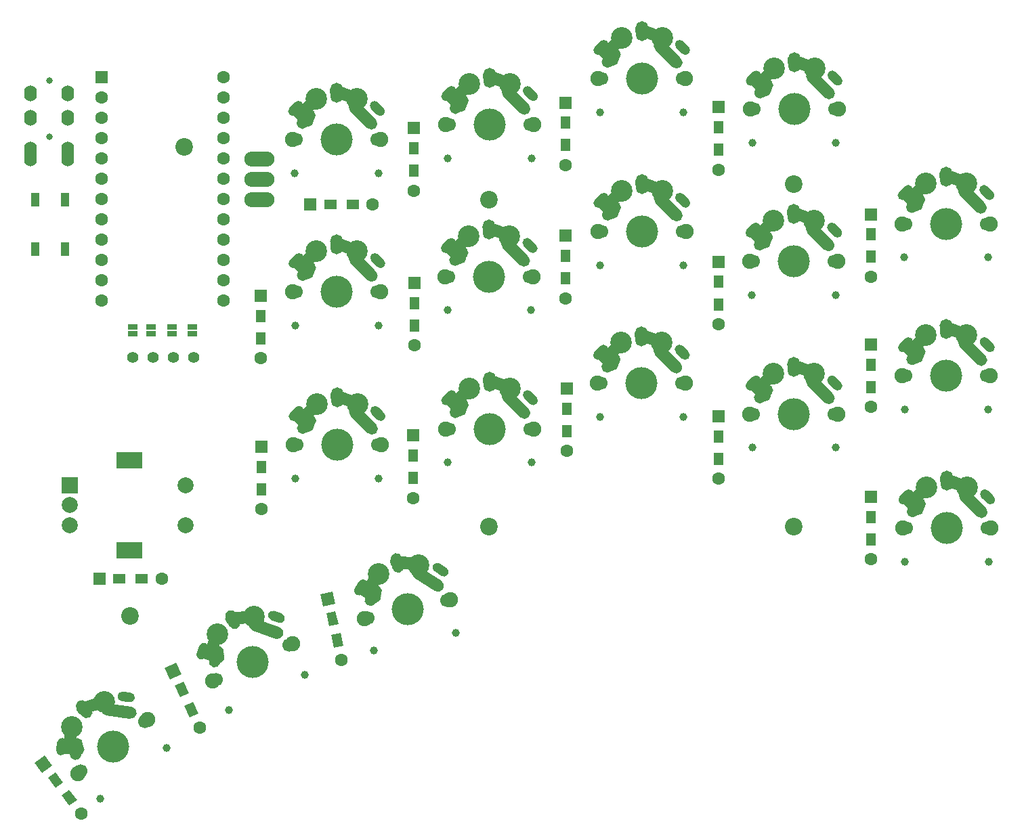
<source format=gbr>
%TF.GenerationSoftware,KiCad,Pcbnew,(5.1.7)-1*%
%TF.CreationDate,2021-07-11T12:46:22+05:30*%
%TF.ProjectId,Pankh,50616e6b-682e-46b6-9963-61645f706362,rev?*%
%TF.SameCoordinates,Original*%
%TF.FileFunction,Soldermask,Top*%
%TF.FilePolarity,Negative*%
%FSLAX46Y46*%
G04 Gerber Fmt 4.6, Leading zero omitted, Abs format (unit mm)*
G04 Created by KiCad (PCBNEW (5.1.7)-1) date 2021-07-11 12:46:22*
%MOMM*%
%LPD*%
G01*
G04 APERTURE LIST*
%ADD10C,2.200000*%
%ADD11C,1.600000*%
%ADD12R,1.600000X1.600000*%
%ADD13C,1.000000*%
%ADD14C,1.900000*%
%ADD15C,4.000000*%
%ADD16C,1.700000*%
%ADD17C,2.700000*%
%ADD18O,1.500000X2.500000*%
%ADD19O,1.500000X3.000000*%
%ADD20O,1.600000X2.000000*%
%ADD21C,0.800000*%
%ADD22R,2.000000X2.000000*%
%ADD23C,2.000000*%
%ADD24R,3.200000X2.000000*%
%ADD25R,1.600000X1.200000*%
%ADD26O,3.759200X1.879600*%
%ADD27R,1.100000X1.800000*%
%ADD28R,1.200000X1.600000*%
%ADD29C,0.100000*%
%ADD30R,1.270000X0.635000*%
%ADD31C,1.397000*%
G04 APERTURE END LIST*
D10*
%TO.C,H6*%
X104419931Y-119356724D03*
%TD*%
D11*
%TO.C,U1*%
X116087177Y-52002930D03*
X116087177Y-54542930D03*
X116087177Y-57082930D03*
X116087177Y-59622930D03*
X116087177Y-62162930D03*
X116087177Y-64702930D03*
X116087177Y-67242930D03*
X116087177Y-69782930D03*
X116087177Y-72322930D03*
X116087177Y-74862930D03*
X116087177Y-77402930D03*
X116087177Y-79942930D03*
X100847177Y-79942930D03*
X100847177Y-77402930D03*
X100847177Y-74862930D03*
X100847177Y-72322930D03*
X100847177Y-69782930D03*
X100847177Y-67242930D03*
X100847177Y-64702930D03*
X100847177Y-62162930D03*
X100847177Y-59622930D03*
X100847177Y-57082930D03*
X100847177Y-54542930D03*
D12*
X100847177Y-52002930D03*
%TD*%
D13*
%TO.C,SW10*%
X145086921Y-121487446D03*
G36*
G01*
X138075165Y-113977042D02*
X138075165Y-113977042D01*
G75*
G02*
X137180613Y-113407150I-162330J732222D01*
G01*
X136964173Y-112430854D01*
G75*
G02*
X137534065Y-111536302I732222J162330D01*
G01*
X137534065Y-111536302D01*
G75*
G02*
X138428617Y-112106194I162330J-732222D01*
G01*
X138645057Y-113082490D01*
G75*
G02*
X138075165Y-113977042I-732222J-162330D01*
G01*
G37*
G36*
G01*
X142288873Y-113014392D02*
X142288873Y-113014392D01*
G75*
G02*
X143117288Y-112830737I506035J-322380D01*
G01*
X143960680Y-113368037D01*
G75*
G02*
X144144335Y-114196452I-322380J-506035D01*
G01*
X144144335Y-114196452D01*
G75*
G02*
X143315920Y-114380107I-506035J322380D01*
G01*
X142472528Y-113842807D01*
G75*
G02*
X142288873Y-113014392I322380J506035D01*
G01*
G37*
G36*
G01*
X132667355Y-116740837D02*
X132667355Y-116740837D01*
G75*
G02*
X132483700Y-115912422I322380J506035D01*
G01*
X133021000Y-115069030D01*
G75*
G02*
X133849415Y-114885375I506035J-322380D01*
G01*
X133849415Y-114885375D01*
G75*
G02*
X134033070Y-115713790I-322380J-506035D01*
G01*
X133495770Y-116557182D01*
G75*
G02*
X132667355Y-116740837I-506035J322380D01*
G01*
G37*
D14*
X144451237Y-117326400D03*
X133711981Y-119707236D03*
G36*
G01*
X134059945Y-118042409D02*
X134059945Y-118042409D01*
G75*
G02*
X133830376Y-117006890I402975J632544D01*
G01*
X134528866Y-115910482D01*
G75*
G02*
X135564385Y-115680913I632544J-402975D01*
G01*
X135564385Y-115680913D01*
G75*
G02*
X135793954Y-116716432I-402975J-632544D01*
G01*
X135095464Y-117812840D01*
G75*
G02*
X134059945Y-118042409I-632544J402975D01*
G01*
G37*
D15*
X139081609Y-118516818D03*
D16*
X134122025Y-119616331D03*
X144041193Y-117417305D03*
G36*
G01*
X141070792Y-114460171D02*
X141070792Y-114460171D01*
G75*
G02*
X142106311Y-114230602I632544J-402975D01*
G01*
X143202719Y-114929092D01*
G75*
G02*
X143432288Y-115964611I-402975J-632544D01*
G01*
X143432288Y-115964611D01*
G75*
G02*
X142396769Y-116194180I-632544J402975D01*
G01*
X141300361Y-115495690D01*
G75*
G02*
X141070792Y-114460171I402975J632544D01*
G01*
G37*
D17*
X135502304Y-114106991D03*
X140461888Y-113007478D03*
D13*
X134894390Y-123747076D03*
G36*
G01*
X134630104Y-117649170D02*
X132963562Y-116587466D01*
G75*
G02*
X132730320Y-115535380I409422J642664D01*
G01*
X132730320Y-115535380D01*
G75*
G02*
X133782406Y-115302138I642664J-409422D01*
G01*
X135448948Y-116363842D01*
G75*
G02*
X135682190Y-117415928I-409422J-642664D01*
G01*
X135682190Y-117415928D01*
G75*
G02*
X134630104Y-117649170I-642664J409422D01*
G01*
G37*
G36*
G01*
X133481127Y-115861399D02*
X135080131Y-113351467D01*
G75*
G02*
X136132217Y-113118225I642664J-409422D01*
G01*
X136132217Y-113118225D01*
G75*
G02*
X136365459Y-114170311I-409422J-642664D01*
G01*
X134766455Y-116680243D01*
G75*
G02*
X133714369Y-116913485I-642664J409422D01*
G01*
X133714369Y-116913485D01*
G75*
G02*
X133481127Y-115861399I409422J642664D01*
G01*
G37*
G36*
G01*
X140487849Y-113736102D02*
X137537309Y-113347656D01*
G75*
G02*
X136881289Y-112492714I99461J755481D01*
G01*
X136881289Y-112492714D01*
G75*
G02*
X137736231Y-111836694I755481J-99461D01*
G01*
X140686771Y-112225140D01*
G75*
G02*
X141342791Y-113080082I-99461J-755481D01*
G01*
X141342791Y-113080082D01*
G75*
G02*
X140487849Y-113736102I-755481J99461D01*
G01*
G37*
G36*
G01*
X142491174Y-116268550D02*
X139981242Y-114669546D01*
G75*
G02*
X139748000Y-113617460I409422J642664D01*
G01*
X139748000Y-113617460D01*
G75*
G02*
X140800086Y-113384218I642664J-409422D01*
G01*
X143310018Y-114983222D01*
G75*
G02*
X143543260Y-116035308I-409422J-642664D01*
G01*
X143543260Y-116035308D01*
G75*
G02*
X142491174Y-116268550I-642664J409422D01*
G01*
G37*
G36*
G01*
X140001947Y-114397988D02*
X139677287Y-112933544D01*
G75*
G02*
X140247179Y-112038992I732222J162330D01*
G01*
X140247179Y-112038992D01*
G75*
G02*
X141141731Y-112608884I162330J-732222D01*
G01*
X141466391Y-114073328D01*
G75*
G02*
X140896499Y-114967880I-732222J-162330D01*
G01*
X140896499Y-114967880D01*
G75*
G02*
X140001947Y-114397988I-162330J732222D01*
G01*
G37*
%TD*%
D10*
%TO.C,H5*%
X149303991Y-67357228D03*
%TD*%
%TO.C,H4*%
X111134178Y-60677028D03*
%TD*%
%TO.C,H3*%
X149303992Y-108225828D03*
%TD*%
%TO.C,H2*%
X187401401Y-65376028D03*
%TD*%
%TO.C,H1*%
X187401402Y-108225827D03*
%TD*%
D13*
%TO.C,SW13*%
X192602028Y-79223131D03*
D18*
X187382028Y-69123131D03*
G36*
G01*
X191704211Y-70345314D02*
X191704211Y-70345314D01*
G75*
G02*
X192552739Y-70345314I424264J-424264D01*
G01*
X193259845Y-71052420D01*
G75*
G02*
X193259845Y-71900948I-424264J-424264D01*
G01*
X193259845Y-71900948D01*
G75*
G02*
X192411317Y-71900948I-424264J424264D01*
G01*
X191704211Y-71193842D01*
G75*
G02*
X191704211Y-70345314I424264J424264D01*
G01*
G37*
G36*
G01*
X181504211Y-71900948D02*
X181504211Y-71900948D01*
G75*
G02*
X181504211Y-71052420I424264J424264D01*
G01*
X182211317Y-70345314D01*
G75*
G02*
X183059845Y-70345314I424264J-424264D01*
G01*
X183059845Y-70345314D01*
G75*
G02*
X183059845Y-71193842I-424264J-424264D01*
G01*
X182352739Y-71900948D01*
G75*
G02*
X181504211Y-71900948I-424264J424264D01*
G01*
G37*
D14*
X192882028Y-75023131D03*
X181882028Y-75023131D03*
G36*
G01*
X182582079Y-73473080D02*
X182582079Y-73473080D01*
G75*
G02*
X182582079Y-72412420I530330J530330D01*
G01*
X183501317Y-71493182D01*
G75*
G02*
X184561977Y-71493182I530330J-530330D01*
G01*
X184561977Y-71493182D01*
G75*
G02*
X184561977Y-72553842I-530330J-530330D01*
G01*
X183642739Y-73473080D01*
G75*
G02*
X182582079Y-73473080I-530330J530330D01*
G01*
G37*
D15*
X187382028Y-75023131D03*
D16*
X182302028Y-75023131D03*
X192462028Y-75023131D03*
G36*
G01*
X190202079Y-71493182D02*
X190202079Y-71493182D01*
G75*
G02*
X191262739Y-71493182I530330J-530330D01*
G01*
X192181977Y-72412420D01*
G75*
G02*
X192181977Y-73473080I-530330J-530330D01*
G01*
X192181977Y-73473080D01*
G75*
G02*
X191121317Y-73473080I-530330J530330D01*
G01*
X190202079Y-72553842D01*
G75*
G02*
X190202079Y-71493182I530330J530330D01*
G01*
G37*
D17*
X184842028Y-69943131D03*
X189922028Y-69943131D03*
D13*
X182162028Y-79223131D03*
G36*
G01*
X183223834Y-73212567D02*
X181826592Y-71815325D01*
G75*
G02*
X181826592Y-70737695I538815J538815D01*
G01*
X181826592Y-70737695D01*
G75*
G02*
X182904222Y-70737695I538815J-538815D01*
G01*
X184301464Y-72134937D01*
G75*
G02*
X184301464Y-73212567I-538815J-538815D01*
G01*
X184301464Y-73212567D01*
G75*
G02*
X183223834Y-73212567I-538815J538815D01*
G01*
G37*
G36*
G01*
X182489038Y-71218491D02*
X184593388Y-69114141D01*
G75*
G02*
X185671018Y-69114141I538815J-538815D01*
G01*
X185671018Y-69114141D01*
G75*
G02*
X185671018Y-70191771I-538815J-538815D01*
G01*
X183566668Y-72296121D01*
G75*
G02*
X182489038Y-72296121I-538815J538815D01*
G01*
X182489038Y-72296121D01*
G75*
G02*
X182489038Y-71218491I538815J538815D01*
G01*
G37*
G36*
G01*
X189789672Y-70660103D02*
X186993146Y-69642251D01*
G75*
G02*
X186537719Y-68665586I260619J716046D01*
G01*
X186537719Y-68665586D01*
G75*
G02*
X187514384Y-68210159I716046J-260619D01*
G01*
X190310910Y-69228011D01*
G75*
G02*
X190766337Y-70204676I-260619J-716046D01*
G01*
X190766337Y-70204676D01*
G75*
G02*
X189789672Y-70660103I-716046J260619D01*
G01*
G37*
G36*
G01*
X191197388Y-73566121D02*
X189093038Y-71461771D01*
G75*
G02*
X189093038Y-70384141I538815J538815D01*
G01*
X189093038Y-70384141D01*
G75*
G02*
X190170668Y-70384141I538815J-538815D01*
G01*
X192275018Y-72488491D01*
G75*
G02*
X192275018Y-73566121I-538815J-538815D01*
G01*
X192275018Y-73566121D01*
G75*
G02*
X191197388Y-73566121I-538815J538815D01*
G01*
G37*
D19*
X189922028Y-70451131D03*
%TD*%
D13*
%TO.C,SW8*%
X211679757Y-93562119D03*
D18*
X206459757Y-83462119D03*
G36*
G01*
X210781940Y-84684302D02*
X210781940Y-84684302D01*
G75*
G02*
X211630468Y-84684302I424264J-424264D01*
G01*
X212337574Y-85391408D01*
G75*
G02*
X212337574Y-86239936I-424264J-424264D01*
G01*
X212337574Y-86239936D01*
G75*
G02*
X211489046Y-86239936I-424264J424264D01*
G01*
X210781940Y-85532830D01*
G75*
G02*
X210781940Y-84684302I424264J424264D01*
G01*
G37*
G36*
G01*
X200581940Y-86239936D02*
X200581940Y-86239936D01*
G75*
G02*
X200581940Y-85391408I424264J424264D01*
G01*
X201289046Y-84684302D01*
G75*
G02*
X202137574Y-84684302I424264J-424264D01*
G01*
X202137574Y-84684302D01*
G75*
G02*
X202137574Y-85532830I-424264J-424264D01*
G01*
X201430468Y-86239936D01*
G75*
G02*
X200581940Y-86239936I-424264J424264D01*
G01*
G37*
D14*
X211959757Y-89362119D03*
X200959757Y-89362119D03*
G36*
G01*
X201659808Y-87812068D02*
X201659808Y-87812068D01*
G75*
G02*
X201659808Y-86751408I530330J530330D01*
G01*
X202579046Y-85832170D01*
G75*
G02*
X203639706Y-85832170I530330J-530330D01*
G01*
X203639706Y-85832170D01*
G75*
G02*
X203639706Y-86892830I-530330J-530330D01*
G01*
X202720468Y-87812068D01*
G75*
G02*
X201659808Y-87812068I-530330J530330D01*
G01*
G37*
D15*
X206459757Y-89362119D03*
D16*
X201379757Y-89362119D03*
X211539757Y-89362119D03*
G36*
G01*
X209279808Y-85832170D02*
X209279808Y-85832170D01*
G75*
G02*
X210340468Y-85832170I530330J-530330D01*
G01*
X211259706Y-86751408D01*
G75*
G02*
X211259706Y-87812068I-530330J-530330D01*
G01*
X211259706Y-87812068D01*
G75*
G02*
X210199046Y-87812068I-530330J530330D01*
G01*
X209279808Y-86892830D01*
G75*
G02*
X209279808Y-85832170I530330J530330D01*
G01*
G37*
D17*
X203919757Y-84282119D03*
X208999757Y-84282119D03*
D13*
X201239757Y-93562119D03*
G36*
G01*
X202301563Y-87551555D02*
X200904321Y-86154313D01*
G75*
G02*
X200904321Y-85076683I538815J538815D01*
G01*
X200904321Y-85076683D01*
G75*
G02*
X201981951Y-85076683I538815J-538815D01*
G01*
X203379193Y-86473925D01*
G75*
G02*
X203379193Y-87551555I-538815J-538815D01*
G01*
X203379193Y-87551555D01*
G75*
G02*
X202301563Y-87551555I-538815J538815D01*
G01*
G37*
G36*
G01*
X201566767Y-85557479D02*
X203671117Y-83453129D01*
G75*
G02*
X204748747Y-83453129I538815J-538815D01*
G01*
X204748747Y-83453129D01*
G75*
G02*
X204748747Y-84530759I-538815J-538815D01*
G01*
X202644397Y-86635109D01*
G75*
G02*
X201566767Y-86635109I-538815J538815D01*
G01*
X201566767Y-86635109D01*
G75*
G02*
X201566767Y-85557479I538815J538815D01*
G01*
G37*
G36*
G01*
X208867401Y-84999091D02*
X206070875Y-83981239D01*
G75*
G02*
X205615448Y-83004574I260619J716046D01*
G01*
X205615448Y-83004574D01*
G75*
G02*
X206592113Y-82549147I716046J-260619D01*
G01*
X209388639Y-83566999D01*
G75*
G02*
X209844066Y-84543664I-260619J-716046D01*
G01*
X209844066Y-84543664D01*
G75*
G02*
X208867401Y-84999091I-716046J260619D01*
G01*
G37*
G36*
G01*
X210275117Y-87905109D02*
X208170767Y-85800759D01*
G75*
G02*
X208170767Y-84723129I538815J538815D01*
G01*
X208170767Y-84723129D01*
G75*
G02*
X209248397Y-84723129I538815J-538815D01*
G01*
X211352747Y-86827479D01*
G75*
G02*
X211352747Y-87905109I-538815J-538815D01*
G01*
X211352747Y-87905109D01*
G75*
G02*
X210275117Y-87905109I-538815J538815D01*
G01*
G37*
D19*
X208999757Y-84790119D03*
%TD*%
D13*
%TO.C,SW7*%
X211636110Y-74527218D03*
D18*
X206416110Y-64427218D03*
G36*
G01*
X210738293Y-65649401D02*
X210738293Y-65649401D01*
G75*
G02*
X211586821Y-65649401I424264J-424264D01*
G01*
X212293927Y-66356507D01*
G75*
G02*
X212293927Y-67205035I-424264J-424264D01*
G01*
X212293927Y-67205035D01*
G75*
G02*
X211445399Y-67205035I-424264J424264D01*
G01*
X210738293Y-66497929D01*
G75*
G02*
X210738293Y-65649401I424264J424264D01*
G01*
G37*
G36*
G01*
X200538293Y-67205035D02*
X200538293Y-67205035D01*
G75*
G02*
X200538293Y-66356507I424264J424264D01*
G01*
X201245399Y-65649401D01*
G75*
G02*
X202093927Y-65649401I424264J-424264D01*
G01*
X202093927Y-65649401D01*
G75*
G02*
X202093927Y-66497929I-424264J-424264D01*
G01*
X201386821Y-67205035D01*
G75*
G02*
X200538293Y-67205035I-424264J424264D01*
G01*
G37*
D14*
X211916110Y-70327218D03*
X200916110Y-70327218D03*
G36*
G01*
X201616161Y-68777167D02*
X201616161Y-68777167D01*
G75*
G02*
X201616161Y-67716507I530330J530330D01*
G01*
X202535399Y-66797269D01*
G75*
G02*
X203596059Y-66797269I530330J-530330D01*
G01*
X203596059Y-66797269D01*
G75*
G02*
X203596059Y-67857929I-530330J-530330D01*
G01*
X202676821Y-68777167D01*
G75*
G02*
X201616161Y-68777167I-530330J530330D01*
G01*
G37*
D15*
X206416110Y-70327218D03*
D16*
X201336110Y-70327218D03*
X211496110Y-70327218D03*
G36*
G01*
X209236161Y-66797269D02*
X209236161Y-66797269D01*
G75*
G02*
X210296821Y-66797269I530330J-530330D01*
G01*
X211216059Y-67716507D01*
G75*
G02*
X211216059Y-68777167I-530330J-530330D01*
G01*
X211216059Y-68777167D01*
G75*
G02*
X210155399Y-68777167I-530330J530330D01*
G01*
X209236161Y-67857929D01*
G75*
G02*
X209236161Y-66797269I530330J530330D01*
G01*
G37*
D17*
X203876110Y-65247218D03*
X208956110Y-65247218D03*
D13*
X201196110Y-74527218D03*
G36*
G01*
X202257916Y-68516654D02*
X200860674Y-67119412D01*
G75*
G02*
X200860674Y-66041782I538815J538815D01*
G01*
X200860674Y-66041782D01*
G75*
G02*
X201938304Y-66041782I538815J-538815D01*
G01*
X203335546Y-67439024D01*
G75*
G02*
X203335546Y-68516654I-538815J-538815D01*
G01*
X203335546Y-68516654D01*
G75*
G02*
X202257916Y-68516654I-538815J538815D01*
G01*
G37*
G36*
G01*
X201523120Y-66522578D02*
X203627470Y-64418228D01*
G75*
G02*
X204705100Y-64418228I538815J-538815D01*
G01*
X204705100Y-64418228D01*
G75*
G02*
X204705100Y-65495858I-538815J-538815D01*
G01*
X202600750Y-67600208D01*
G75*
G02*
X201523120Y-67600208I-538815J538815D01*
G01*
X201523120Y-67600208D01*
G75*
G02*
X201523120Y-66522578I538815J538815D01*
G01*
G37*
G36*
G01*
X208823754Y-65964190D02*
X206027228Y-64946338D01*
G75*
G02*
X205571801Y-63969673I260619J716046D01*
G01*
X205571801Y-63969673D01*
G75*
G02*
X206548466Y-63514246I716046J-260619D01*
G01*
X209344992Y-64532098D01*
G75*
G02*
X209800419Y-65508763I-260619J-716046D01*
G01*
X209800419Y-65508763D01*
G75*
G02*
X208823754Y-65964190I-716046J260619D01*
G01*
G37*
G36*
G01*
X210231470Y-68870208D02*
X208127120Y-66765858D01*
G75*
G02*
X208127120Y-65688228I538815J538815D01*
G01*
X208127120Y-65688228D01*
G75*
G02*
X209204750Y-65688228I538815J-538815D01*
G01*
X211309100Y-67792578D01*
G75*
G02*
X211309100Y-68870208I-538815J-538815D01*
G01*
X211309100Y-68870208D01*
G75*
G02*
X210231470Y-68870208I-538815J538815D01*
G01*
G37*
D19*
X208956110Y-65755218D03*
%TD*%
D13*
%TO.C,SW12*%
X192648938Y-60212502D03*
D18*
X187428938Y-50112502D03*
G36*
G01*
X191751121Y-51334685D02*
X191751121Y-51334685D01*
G75*
G02*
X192599649Y-51334685I424264J-424264D01*
G01*
X193306755Y-52041791D01*
G75*
G02*
X193306755Y-52890319I-424264J-424264D01*
G01*
X193306755Y-52890319D01*
G75*
G02*
X192458227Y-52890319I-424264J424264D01*
G01*
X191751121Y-52183213D01*
G75*
G02*
X191751121Y-51334685I424264J424264D01*
G01*
G37*
G36*
G01*
X181551121Y-52890319D02*
X181551121Y-52890319D01*
G75*
G02*
X181551121Y-52041791I424264J424264D01*
G01*
X182258227Y-51334685D01*
G75*
G02*
X183106755Y-51334685I424264J-424264D01*
G01*
X183106755Y-51334685D01*
G75*
G02*
X183106755Y-52183213I-424264J-424264D01*
G01*
X182399649Y-52890319D01*
G75*
G02*
X181551121Y-52890319I-424264J424264D01*
G01*
G37*
D14*
X192928938Y-56012502D03*
X181928938Y-56012502D03*
G36*
G01*
X182628989Y-54462451D02*
X182628989Y-54462451D01*
G75*
G02*
X182628989Y-53401791I530330J530330D01*
G01*
X183548227Y-52482553D01*
G75*
G02*
X184608887Y-52482553I530330J-530330D01*
G01*
X184608887Y-52482553D01*
G75*
G02*
X184608887Y-53543213I-530330J-530330D01*
G01*
X183689649Y-54462451D01*
G75*
G02*
X182628989Y-54462451I-530330J530330D01*
G01*
G37*
D15*
X187428938Y-56012502D03*
D16*
X182348938Y-56012502D03*
X192508938Y-56012502D03*
G36*
G01*
X190248989Y-52482553D02*
X190248989Y-52482553D01*
G75*
G02*
X191309649Y-52482553I530330J-530330D01*
G01*
X192228887Y-53401791D01*
G75*
G02*
X192228887Y-54462451I-530330J-530330D01*
G01*
X192228887Y-54462451D01*
G75*
G02*
X191168227Y-54462451I-530330J530330D01*
G01*
X190248989Y-53543213D01*
G75*
G02*
X190248989Y-52482553I530330J530330D01*
G01*
G37*
D17*
X184888938Y-50932502D03*
X189968938Y-50932502D03*
D13*
X182208938Y-60212502D03*
G36*
G01*
X183270744Y-54201938D02*
X181873502Y-52804696D01*
G75*
G02*
X181873502Y-51727066I538815J538815D01*
G01*
X181873502Y-51727066D01*
G75*
G02*
X182951132Y-51727066I538815J-538815D01*
G01*
X184348374Y-53124308D01*
G75*
G02*
X184348374Y-54201938I-538815J-538815D01*
G01*
X184348374Y-54201938D01*
G75*
G02*
X183270744Y-54201938I-538815J538815D01*
G01*
G37*
G36*
G01*
X182535948Y-52207862D02*
X184640298Y-50103512D01*
G75*
G02*
X185717928Y-50103512I538815J-538815D01*
G01*
X185717928Y-50103512D01*
G75*
G02*
X185717928Y-51181142I-538815J-538815D01*
G01*
X183613578Y-53285492D01*
G75*
G02*
X182535948Y-53285492I-538815J538815D01*
G01*
X182535948Y-53285492D01*
G75*
G02*
X182535948Y-52207862I538815J538815D01*
G01*
G37*
G36*
G01*
X189836582Y-51649474D02*
X187040056Y-50631622D01*
G75*
G02*
X186584629Y-49654957I260619J716046D01*
G01*
X186584629Y-49654957D01*
G75*
G02*
X187561294Y-49199530I716046J-260619D01*
G01*
X190357820Y-50217382D01*
G75*
G02*
X190813247Y-51194047I-260619J-716046D01*
G01*
X190813247Y-51194047D01*
G75*
G02*
X189836582Y-51649474I-716046J260619D01*
G01*
G37*
G36*
G01*
X191244298Y-54555492D02*
X189139948Y-52451142D01*
G75*
G02*
X189139948Y-51373512I538815J538815D01*
G01*
X189139948Y-51373512D01*
G75*
G02*
X190217578Y-51373512I538815J-538815D01*
G01*
X192321928Y-53477862D01*
G75*
G02*
X192321928Y-54555492I-538815J-538815D01*
G01*
X192321928Y-54555492D01*
G75*
G02*
X191244298Y-54555492I-538815J538815D01*
G01*
G37*
D19*
X189968938Y-51440502D03*
%TD*%
D13*
%TO.C,SW22*%
X154570904Y-62141666D03*
D18*
X149350904Y-52041666D03*
G36*
G01*
X153673087Y-53263849D02*
X153673087Y-53263849D01*
G75*
G02*
X154521615Y-53263849I424264J-424264D01*
G01*
X155228721Y-53970955D01*
G75*
G02*
X155228721Y-54819483I-424264J-424264D01*
G01*
X155228721Y-54819483D01*
G75*
G02*
X154380193Y-54819483I-424264J424264D01*
G01*
X153673087Y-54112377D01*
G75*
G02*
X153673087Y-53263849I424264J424264D01*
G01*
G37*
G36*
G01*
X143473087Y-54819483D02*
X143473087Y-54819483D01*
G75*
G02*
X143473087Y-53970955I424264J424264D01*
G01*
X144180193Y-53263849D01*
G75*
G02*
X145028721Y-53263849I424264J-424264D01*
G01*
X145028721Y-53263849D01*
G75*
G02*
X145028721Y-54112377I-424264J-424264D01*
G01*
X144321615Y-54819483D01*
G75*
G02*
X143473087Y-54819483I-424264J424264D01*
G01*
G37*
D14*
X154850904Y-57941666D03*
X143850904Y-57941666D03*
G36*
G01*
X144550955Y-56391615D02*
X144550955Y-56391615D01*
G75*
G02*
X144550955Y-55330955I530330J530330D01*
G01*
X145470193Y-54411717D01*
G75*
G02*
X146530853Y-54411717I530330J-530330D01*
G01*
X146530853Y-54411717D01*
G75*
G02*
X146530853Y-55472377I-530330J-530330D01*
G01*
X145611615Y-56391615D01*
G75*
G02*
X144550955Y-56391615I-530330J530330D01*
G01*
G37*
D15*
X149350904Y-57941666D03*
D16*
X144270904Y-57941666D03*
X154430904Y-57941666D03*
G36*
G01*
X152170955Y-54411717D02*
X152170955Y-54411717D01*
G75*
G02*
X153231615Y-54411717I530330J-530330D01*
G01*
X154150853Y-55330955D01*
G75*
G02*
X154150853Y-56391615I-530330J-530330D01*
G01*
X154150853Y-56391615D01*
G75*
G02*
X153090193Y-56391615I-530330J530330D01*
G01*
X152170955Y-55472377D01*
G75*
G02*
X152170955Y-54411717I530330J530330D01*
G01*
G37*
D17*
X146810904Y-52861666D03*
X151890904Y-52861666D03*
D13*
X144130904Y-62141666D03*
G36*
G01*
X145192710Y-56131102D02*
X143795468Y-54733860D01*
G75*
G02*
X143795468Y-53656230I538815J538815D01*
G01*
X143795468Y-53656230D01*
G75*
G02*
X144873098Y-53656230I538815J-538815D01*
G01*
X146270340Y-55053472D01*
G75*
G02*
X146270340Y-56131102I-538815J-538815D01*
G01*
X146270340Y-56131102D01*
G75*
G02*
X145192710Y-56131102I-538815J538815D01*
G01*
G37*
G36*
G01*
X144457914Y-54137026D02*
X146562264Y-52032676D01*
G75*
G02*
X147639894Y-52032676I538815J-538815D01*
G01*
X147639894Y-52032676D01*
G75*
G02*
X147639894Y-53110306I-538815J-538815D01*
G01*
X145535544Y-55214656D01*
G75*
G02*
X144457914Y-55214656I-538815J538815D01*
G01*
X144457914Y-55214656D01*
G75*
G02*
X144457914Y-54137026I538815J538815D01*
G01*
G37*
G36*
G01*
X151758548Y-53578638D02*
X148962022Y-52560786D01*
G75*
G02*
X148506595Y-51584121I260619J716046D01*
G01*
X148506595Y-51584121D01*
G75*
G02*
X149483260Y-51128694I716046J-260619D01*
G01*
X152279786Y-52146546D01*
G75*
G02*
X152735213Y-53123211I-260619J-716046D01*
G01*
X152735213Y-53123211D01*
G75*
G02*
X151758548Y-53578638I-716046J260619D01*
G01*
G37*
G36*
G01*
X153166264Y-56484656D02*
X151061914Y-54380306D01*
G75*
G02*
X151061914Y-53302676I538815J538815D01*
G01*
X151061914Y-53302676D01*
G75*
G02*
X152139544Y-53302676I538815J-538815D01*
G01*
X154243894Y-55407026D01*
G75*
G02*
X154243894Y-56484656I-538815J-538815D01*
G01*
X154243894Y-56484656D01*
G75*
G02*
X153166264Y-56484656I-538815J538815D01*
G01*
G37*
D19*
X151890904Y-53369666D03*
%TD*%
D13*
%TO.C,SW26*%
X135437209Y-64002919D03*
D18*
X130217209Y-53902919D03*
G36*
G01*
X134539392Y-55125102D02*
X134539392Y-55125102D01*
G75*
G02*
X135387920Y-55125102I424264J-424264D01*
G01*
X136095026Y-55832208D01*
G75*
G02*
X136095026Y-56680736I-424264J-424264D01*
G01*
X136095026Y-56680736D01*
G75*
G02*
X135246498Y-56680736I-424264J424264D01*
G01*
X134539392Y-55973630D01*
G75*
G02*
X134539392Y-55125102I424264J424264D01*
G01*
G37*
G36*
G01*
X124339392Y-56680736D02*
X124339392Y-56680736D01*
G75*
G02*
X124339392Y-55832208I424264J424264D01*
G01*
X125046498Y-55125102D01*
G75*
G02*
X125895026Y-55125102I424264J-424264D01*
G01*
X125895026Y-55125102D01*
G75*
G02*
X125895026Y-55973630I-424264J-424264D01*
G01*
X125187920Y-56680736D01*
G75*
G02*
X124339392Y-56680736I-424264J424264D01*
G01*
G37*
D14*
X135717209Y-59802919D03*
X124717209Y-59802919D03*
G36*
G01*
X125417260Y-58252868D02*
X125417260Y-58252868D01*
G75*
G02*
X125417260Y-57192208I530330J530330D01*
G01*
X126336498Y-56272970D01*
G75*
G02*
X127397158Y-56272970I530330J-530330D01*
G01*
X127397158Y-56272970D01*
G75*
G02*
X127397158Y-57333630I-530330J-530330D01*
G01*
X126477920Y-58252868D01*
G75*
G02*
X125417260Y-58252868I-530330J530330D01*
G01*
G37*
D15*
X130217209Y-59802919D03*
D16*
X125137209Y-59802919D03*
X135297209Y-59802919D03*
G36*
G01*
X133037260Y-56272970D02*
X133037260Y-56272970D01*
G75*
G02*
X134097920Y-56272970I530330J-530330D01*
G01*
X135017158Y-57192208D01*
G75*
G02*
X135017158Y-58252868I-530330J-530330D01*
G01*
X135017158Y-58252868D01*
G75*
G02*
X133956498Y-58252868I-530330J530330D01*
G01*
X133037260Y-57333630D01*
G75*
G02*
X133037260Y-56272970I530330J530330D01*
G01*
G37*
D17*
X127677209Y-54722919D03*
X132757209Y-54722919D03*
D13*
X124997209Y-64002919D03*
G36*
G01*
X126059015Y-57992355D02*
X124661773Y-56595113D01*
G75*
G02*
X124661773Y-55517483I538815J538815D01*
G01*
X124661773Y-55517483D01*
G75*
G02*
X125739403Y-55517483I538815J-538815D01*
G01*
X127136645Y-56914725D01*
G75*
G02*
X127136645Y-57992355I-538815J-538815D01*
G01*
X127136645Y-57992355D01*
G75*
G02*
X126059015Y-57992355I-538815J538815D01*
G01*
G37*
G36*
G01*
X125324219Y-55998279D02*
X127428569Y-53893929D01*
G75*
G02*
X128506199Y-53893929I538815J-538815D01*
G01*
X128506199Y-53893929D01*
G75*
G02*
X128506199Y-54971559I-538815J-538815D01*
G01*
X126401849Y-57075909D01*
G75*
G02*
X125324219Y-57075909I-538815J538815D01*
G01*
X125324219Y-57075909D01*
G75*
G02*
X125324219Y-55998279I538815J538815D01*
G01*
G37*
G36*
G01*
X132624853Y-55439891D02*
X129828327Y-54422039D01*
G75*
G02*
X129372900Y-53445374I260619J716046D01*
G01*
X129372900Y-53445374D01*
G75*
G02*
X130349565Y-52989947I716046J-260619D01*
G01*
X133146091Y-54007799D01*
G75*
G02*
X133601518Y-54984464I-260619J-716046D01*
G01*
X133601518Y-54984464D01*
G75*
G02*
X132624853Y-55439891I-716046J260619D01*
G01*
G37*
G36*
G01*
X134032569Y-58345909D02*
X131928219Y-56241559D01*
G75*
G02*
X131928219Y-55163929I538815J538815D01*
G01*
X131928219Y-55163929D01*
G75*
G02*
X133005849Y-55163929I538815J-538815D01*
G01*
X135110199Y-57268279D01*
G75*
G02*
X135110199Y-58345909I-538815J-538815D01*
G01*
X135110199Y-58345909D01*
G75*
G02*
X134032569Y-58345909I-538815J538815D01*
G01*
G37*
D19*
X132757209Y-55230919D03*
%TD*%
D13*
%TO.C,SW28*%
X135500231Y-102163263D03*
D18*
X130280231Y-92063263D03*
G36*
G01*
X134602414Y-93285446D02*
X134602414Y-93285446D01*
G75*
G02*
X135450942Y-93285446I424264J-424264D01*
G01*
X136158048Y-93992552D01*
G75*
G02*
X136158048Y-94841080I-424264J-424264D01*
G01*
X136158048Y-94841080D01*
G75*
G02*
X135309520Y-94841080I-424264J424264D01*
G01*
X134602414Y-94133974D01*
G75*
G02*
X134602414Y-93285446I424264J424264D01*
G01*
G37*
G36*
G01*
X124402414Y-94841080D02*
X124402414Y-94841080D01*
G75*
G02*
X124402414Y-93992552I424264J424264D01*
G01*
X125109520Y-93285446D01*
G75*
G02*
X125958048Y-93285446I424264J-424264D01*
G01*
X125958048Y-93285446D01*
G75*
G02*
X125958048Y-94133974I-424264J-424264D01*
G01*
X125250942Y-94841080D01*
G75*
G02*
X124402414Y-94841080I-424264J424264D01*
G01*
G37*
D14*
X135780231Y-97963263D03*
X124780231Y-97963263D03*
G36*
G01*
X125480282Y-96413212D02*
X125480282Y-96413212D01*
G75*
G02*
X125480282Y-95352552I530330J530330D01*
G01*
X126399520Y-94433314D01*
G75*
G02*
X127460180Y-94433314I530330J-530330D01*
G01*
X127460180Y-94433314D01*
G75*
G02*
X127460180Y-95493974I-530330J-530330D01*
G01*
X126540942Y-96413212D01*
G75*
G02*
X125480282Y-96413212I-530330J530330D01*
G01*
G37*
D15*
X130280231Y-97963263D03*
D16*
X125200231Y-97963263D03*
X135360231Y-97963263D03*
G36*
G01*
X133100282Y-94433314D02*
X133100282Y-94433314D01*
G75*
G02*
X134160942Y-94433314I530330J-530330D01*
G01*
X135080180Y-95352552D01*
G75*
G02*
X135080180Y-96413212I-530330J-530330D01*
G01*
X135080180Y-96413212D01*
G75*
G02*
X134019520Y-96413212I-530330J530330D01*
G01*
X133100282Y-95493974D01*
G75*
G02*
X133100282Y-94433314I530330J530330D01*
G01*
G37*
D17*
X127740231Y-92883263D03*
X132820231Y-92883263D03*
D13*
X125060231Y-102163263D03*
G36*
G01*
X126122037Y-96152699D02*
X124724795Y-94755457D01*
G75*
G02*
X124724795Y-93677827I538815J538815D01*
G01*
X124724795Y-93677827D01*
G75*
G02*
X125802425Y-93677827I538815J-538815D01*
G01*
X127199667Y-95075069D01*
G75*
G02*
X127199667Y-96152699I-538815J-538815D01*
G01*
X127199667Y-96152699D01*
G75*
G02*
X126122037Y-96152699I-538815J538815D01*
G01*
G37*
G36*
G01*
X125387241Y-94158623D02*
X127491591Y-92054273D01*
G75*
G02*
X128569221Y-92054273I538815J-538815D01*
G01*
X128569221Y-92054273D01*
G75*
G02*
X128569221Y-93131903I-538815J-538815D01*
G01*
X126464871Y-95236253D01*
G75*
G02*
X125387241Y-95236253I-538815J538815D01*
G01*
X125387241Y-95236253D01*
G75*
G02*
X125387241Y-94158623I538815J538815D01*
G01*
G37*
G36*
G01*
X132687875Y-93600235D02*
X129891349Y-92582383D01*
G75*
G02*
X129435922Y-91605718I260619J716046D01*
G01*
X129435922Y-91605718D01*
G75*
G02*
X130412587Y-91150291I716046J-260619D01*
G01*
X133209113Y-92168143D01*
G75*
G02*
X133664540Y-93144808I-260619J-716046D01*
G01*
X133664540Y-93144808D01*
G75*
G02*
X132687875Y-93600235I-716046J260619D01*
G01*
G37*
G36*
G01*
X134095591Y-96506253D02*
X131991241Y-94401903D01*
G75*
G02*
X131991241Y-93324273I538815J538815D01*
G01*
X131991241Y-93324273D01*
G75*
G02*
X133068871Y-93324273I538815J-538815D01*
G01*
X135173221Y-95428623D01*
G75*
G02*
X135173221Y-96506253I-538815J-538815D01*
G01*
X135173221Y-96506253D01*
G75*
G02*
X134095591Y-96506253I-538815J538815D01*
G01*
G37*
D19*
X132820231Y-93391263D03*
%TD*%
D13*
%TO.C,SW27*%
X135480853Y-83037813D03*
D18*
X130260853Y-72937813D03*
G36*
G01*
X134583036Y-74159996D02*
X134583036Y-74159996D01*
G75*
G02*
X135431564Y-74159996I424264J-424264D01*
G01*
X136138670Y-74867102D01*
G75*
G02*
X136138670Y-75715630I-424264J-424264D01*
G01*
X136138670Y-75715630D01*
G75*
G02*
X135290142Y-75715630I-424264J424264D01*
G01*
X134583036Y-75008524D01*
G75*
G02*
X134583036Y-74159996I424264J424264D01*
G01*
G37*
G36*
G01*
X124383036Y-75715630D02*
X124383036Y-75715630D01*
G75*
G02*
X124383036Y-74867102I424264J424264D01*
G01*
X125090142Y-74159996D01*
G75*
G02*
X125938670Y-74159996I424264J-424264D01*
G01*
X125938670Y-74159996D01*
G75*
G02*
X125938670Y-75008524I-424264J-424264D01*
G01*
X125231564Y-75715630D01*
G75*
G02*
X124383036Y-75715630I-424264J424264D01*
G01*
G37*
D14*
X135760853Y-78837813D03*
X124760853Y-78837813D03*
G36*
G01*
X125460904Y-77287762D02*
X125460904Y-77287762D01*
G75*
G02*
X125460904Y-76227102I530330J530330D01*
G01*
X126380142Y-75307864D01*
G75*
G02*
X127440802Y-75307864I530330J-530330D01*
G01*
X127440802Y-75307864D01*
G75*
G02*
X127440802Y-76368524I-530330J-530330D01*
G01*
X126521564Y-77287762D01*
G75*
G02*
X125460904Y-77287762I-530330J530330D01*
G01*
G37*
D15*
X130260853Y-78837813D03*
D16*
X125180853Y-78837813D03*
X135340853Y-78837813D03*
G36*
G01*
X133080904Y-75307864D02*
X133080904Y-75307864D01*
G75*
G02*
X134141564Y-75307864I530330J-530330D01*
G01*
X135060802Y-76227102D01*
G75*
G02*
X135060802Y-77287762I-530330J-530330D01*
G01*
X135060802Y-77287762D01*
G75*
G02*
X134000142Y-77287762I-530330J530330D01*
G01*
X133080904Y-76368524D01*
G75*
G02*
X133080904Y-75307864I530330J530330D01*
G01*
G37*
D17*
X127720853Y-73757813D03*
X132800853Y-73757813D03*
D13*
X125040853Y-83037813D03*
G36*
G01*
X126102659Y-77027249D02*
X124705417Y-75630007D01*
G75*
G02*
X124705417Y-74552377I538815J538815D01*
G01*
X124705417Y-74552377D01*
G75*
G02*
X125783047Y-74552377I538815J-538815D01*
G01*
X127180289Y-75949619D01*
G75*
G02*
X127180289Y-77027249I-538815J-538815D01*
G01*
X127180289Y-77027249D01*
G75*
G02*
X126102659Y-77027249I-538815J538815D01*
G01*
G37*
G36*
G01*
X125367863Y-75033173D02*
X127472213Y-72928823D01*
G75*
G02*
X128549843Y-72928823I538815J-538815D01*
G01*
X128549843Y-72928823D01*
G75*
G02*
X128549843Y-74006453I-538815J-538815D01*
G01*
X126445493Y-76110803D01*
G75*
G02*
X125367863Y-76110803I-538815J538815D01*
G01*
X125367863Y-76110803D01*
G75*
G02*
X125367863Y-75033173I538815J538815D01*
G01*
G37*
G36*
G01*
X132668497Y-74474785D02*
X129871971Y-73456933D01*
G75*
G02*
X129416544Y-72480268I260619J716046D01*
G01*
X129416544Y-72480268D01*
G75*
G02*
X130393209Y-72024841I716046J-260619D01*
G01*
X133189735Y-73042693D01*
G75*
G02*
X133645162Y-74019358I-260619J-716046D01*
G01*
X133645162Y-74019358D01*
G75*
G02*
X132668497Y-74474785I-716046J260619D01*
G01*
G37*
G36*
G01*
X134076213Y-77380803D02*
X131971863Y-75276453D01*
G75*
G02*
X131971863Y-74198823I538815J538815D01*
G01*
X131971863Y-74198823D01*
G75*
G02*
X133049493Y-74198823I538815J-538815D01*
G01*
X135153843Y-76303173D01*
G75*
G02*
X135153843Y-77380803I-538815J-538815D01*
G01*
X135153843Y-77380803D01*
G75*
G02*
X134076213Y-77380803I-538815J538815D01*
G01*
G37*
D19*
X132800853Y-74265813D03*
%TD*%
D13*
%TO.C,SW24*%
X154567636Y-100187188D03*
D18*
X149347636Y-90087188D03*
G36*
G01*
X153669819Y-91309371D02*
X153669819Y-91309371D01*
G75*
G02*
X154518347Y-91309371I424264J-424264D01*
G01*
X155225453Y-92016477D01*
G75*
G02*
X155225453Y-92865005I-424264J-424264D01*
G01*
X155225453Y-92865005D01*
G75*
G02*
X154376925Y-92865005I-424264J424264D01*
G01*
X153669819Y-92157899D01*
G75*
G02*
X153669819Y-91309371I424264J424264D01*
G01*
G37*
G36*
G01*
X143469819Y-92865005D02*
X143469819Y-92865005D01*
G75*
G02*
X143469819Y-92016477I424264J424264D01*
G01*
X144176925Y-91309371D01*
G75*
G02*
X145025453Y-91309371I424264J-424264D01*
G01*
X145025453Y-91309371D01*
G75*
G02*
X145025453Y-92157899I-424264J-424264D01*
G01*
X144318347Y-92865005D01*
G75*
G02*
X143469819Y-92865005I-424264J424264D01*
G01*
G37*
D14*
X154847636Y-95987188D03*
X143847636Y-95987188D03*
G36*
G01*
X144547687Y-94437137D02*
X144547687Y-94437137D01*
G75*
G02*
X144547687Y-93376477I530330J530330D01*
G01*
X145466925Y-92457239D01*
G75*
G02*
X146527585Y-92457239I530330J-530330D01*
G01*
X146527585Y-92457239D01*
G75*
G02*
X146527585Y-93517899I-530330J-530330D01*
G01*
X145608347Y-94437137D01*
G75*
G02*
X144547687Y-94437137I-530330J530330D01*
G01*
G37*
D15*
X149347636Y-95987188D03*
D16*
X144267636Y-95987188D03*
X154427636Y-95987188D03*
G36*
G01*
X152167687Y-92457239D02*
X152167687Y-92457239D01*
G75*
G02*
X153228347Y-92457239I530330J-530330D01*
G01*
X154147585Y-93376477D01*
G75*
G02*
X154147585Y-94437137I-530330J-530330D01*
G01*
X154147585Y-94437137D01*
G75*
G02*
X153086925Y-94437137I-530330J530330D01*
G01*
X152167687Y-93517899D01*
G75*
G02*
X152167687Y-92457239I530330J530330D01*
G01*
G37*
D17*
X146807636Y-90907188D03*
X151887636Y-90907188D03*
D13*
X144127636Y-100187188D03*
G36*
G01*
X145189442Y-94176624D02*
X143792200Y-92779382D01*
G75*
G02*
X143792200Y-91701752I538815J538815D01*
G01*
X143792200Y-91701752D01*
G75*
G02*
X144869830Y-91701752I538815J-538815D01*
G01*
X146267072Y-93098994D01*
G75*
G02*
X146267072Y-94176624I-538815J-538815D01*
G01*
X146267072Y-94176624D01*
G75*
G02*
X145189442Y-94176624I-538815J538815D01*
G01*
G37*
G36*
G01*
X144454646Y-92182548D02*
X146558996Y-90078198D01*
G75*
G02*
X147636626Y-90078198I538815J-538815D01*
G01*
X147636626Y-90078198D01*
G75*
G02*
X147636626Y-91155828I-538815J-538815D01*
G01*
X145532276Y-93260178D01*
G75*
G02*
X144454646Y-93260178I-538815J538815D01*
G01*
X144454646Y-93260178D01*
G75*
G02*
X144454646Y-92182548I538815J538815D01*
G01*
G37*
G36*
G01*
X151755280Y-91624160D02*
X148958754Y-90606308D01*
G75*
G02*
X148503327Y-89629643I260619J716046D01*
G01*
X148503327Y-89629643D01*
G75*
G02*
X149479992Y-89174216I716046J-260619D01*
G01*
X152276518Y-90192068D01*
G75*
G02*
X152731945Y-91168733I-260619J-716046D01*
G01*
X152731945Y-91168733D01*
G75*
G02*
X151755280Y-91624160I-716046J260619D01*
G01*
G37*
G36*
G01*
X153162996Y-94530178D02*
X151058646Y-92425828D01*
G75*
G02*
X151058646Y-91348198I538815J538815D01*
G01*
X151058646Y-91348198D01*
G75*
G02*
X152136276Y-91348198I538815J-538815D01*
G01*
X154240626Y-93452548D01*
G75*
G02*
X154240626Y-94530178I-538815J-538815D01*
G01*
X154240626Y-94530178D01*
G75*
G02*
X153162996Y-94530178I-538815J538815D01*
G01*
G37*
D19*
X151887636Y-91415188D03*
%TD*%
D13*
%TO.C,SW23*%
X154523992Y-81152291D03*
D18*
X149303992Y-71052291D03*
G36*
G01*
X153626175Y-72274474D02*
X153626175Y-72274474D01*
G75*
G02*
X154474703Y-72274474I424264J-424264D01*
G01*
X155181809Y-72981580D01*
G75*
G02*
X155181809Y-73830108I-424264J-424264D01*
G01*
X155181809Y-73830108D01*
G75*
G02*
X154333281Y-73830108I-424264J424264D01*
G01*
X153626175Y-73123002D01*
G75*
G02*
X153626175Y-72274474I424264J424264D01*
G01*
G37*
G36*
G01*
X143426175Y-73830108D02*
X143426175Y-73830108D01*
G75*
G02*
X143426175Y-72981580I424264J424264D01*
G01*
X144133281Y-72274474D01*
G75*
G02*
X144981809Y-72274474I424264J-424264D01*
G01*
X144981809Y-72274474D01*
G75*
G02*
X144981809Y-73123002I-424264J-424264D01*
G01*
X144274703Y-73830108D01*
G75*
G02*
X143426175Y-73830108I-424264J424264D01*
G01*
G37*
D14*
X154803992Y-76952291D03*
X143803992Y-76952291D03*
G36*
G01*
X144504043Y-75402240D02*
X144504043Y-75402240D01*
G75*
G02*
X144504043Y-74341580I530330J530330D01*
G01*
X145423281Y-73422342D01*
G75*
G02*
X146483941Y-73422342I530330J-530330D01*
G01*
X146483941Y-73422342D01*
G75*
G02*
X146483941Y-74483002I-530330J-530330D01*
G01*
X145564703Y-75402240D01*
G75*
G02*
X144504043Y-75402240I-530330J530330D01*
G01*
G37*
D15*
X149303992Y-76952291D03*
D16*
X144223992Y-76952291D03*
X154383992Y-76952291D03*
G36*
G01*
X152124043Y-73422342D02*
X152124043Y-73422342D01*
G75*
G02*
X153184703Y-73422342I530330J-530330D01*
G01*
X154103941Y-74341580D01*
G75*
G02*
X154103941Y-75402240I-530330J-530330D01*
G01*
X154103941Y-75402240D01*
G75*
G02*
X153043281Y-75402240I-530330J530330D01*
G01*
X152124043Y-74483002D01*
G75*
G02*
X152124043Y-73422342I530330J530330D01*
G01*
G37*
D17*
X146763992Y-71872291D03*
X151843992Y-71872291D03*
D13*
X144083992Y-81152291D03*
G36*
G01*
X145145798Y-75141727D02*
X143748556Y-73744485D01*
G75*
G02*
X143748556Y-72666855I538815J538815D01*
G01*
X143748556Y-72666855D01*
G75*
G02*
X144826186Y-72666855I538815J-538815D01*
G01*
X146223428Y-74064097D01*
G75*
G02*
X146223428Y-75141727I-538815J-538815D01*
G01*
X146223428Y-75141727D01*
G75*
G02*
X145145798Y-75141727I-538815J538815D01*
G01*
G37*
G36*
G01*
X144411002Y-73147651D02*
X146515352Y-71043301D01*
G75*
G02*
X147592982Y-71043301I538815J-538815D01*
G01*
X147592982Y-71043301D01*
G75*
G02*
X147592982Y-72120931I-538815J-538815D01*
G01*
X145488632Y-74225281D01*
G75*
G02*
X144411002Y-74225281I-538815J538815D01*
G01*
X144411002Y-74225281D01*
G75*
G02*
X144411002Y-73147651I538815J538815D01*
G01*
G37*
G36*
G01*
X151711636Y-72589263D02*
X148915110Y-71571411D01*
G75*
G02*
X148459683Y-70594746I260619J716046D01*
G01*
X148459683Y-70594746D01*
G75*
G02*
X149436348Y-70139319I716046J-260619D01*
G01*
X152232874Y-71157171D01*
G75*
G02*
X152688301Y-72133836I-260619J-716046D01*
G01*
X152688301Y-72133836D01*
G75*
G02*
X151711636Y-72589263I-716046J260619D01*
G01*
G37*
G36*
G01*
X153119352Y-75495281D02*
X151015002Y-73390931D01*
G75*
G02*
X151015002Y-72313301I538815J538815D01*
G01*
X151015002Y-72313301D01*
G75*
G02*
X152092632Y-72313301I538815J-538815D01*
G01*
X154196982Y-74417651D01*
G75*
G02*
X154196982Y-75495281I-538815J-538815D01*
G01*
X154196982Y-75495281D01*
G75*
G02*
X153119352Y-75495281I-538815J538815D01*
G01*
G37*
D19*
X151843992Y-72380291D03*
%TD*%
D13*
%TO.C,SW20*%
X108945534Y-135880426D03*
G36*
G01*
X99416692Y-132036984D02*
X99416692Y-132036984D01*
G75*
G02*
X98365106Y-131898540I-456571J595015D01*
G01*
X97756344Y-131105186D01*
G75*
G02*
X97894788Y-130053600I595015J456571D01*
G01*
X97894788Y-130053600D01*
G75*
G02*
X98946374Y-130192044I456571J-595015D01*
G01*
X99555136Y-130985398D01*
G75*
G02*
X99416692Y-132036984I-595015J-456571D01*
G01*
G37*
G36*
G01*
X102828775Y-129383737D02*
X102828775Y-129383737D01*
G75*
G02*
X103501958Y-128867186I594867J-78316D01*
G01*
X104493402Y-128997712D01*
G75*
G02*
X105009953Y-129670895I-78316J-594867D01*
G01*
X105009953Y-129670895D01*
G75*
G02*
X104336770Y-130187446I-594867J78316D01*
G01*
X103345326Y-130056920D01*
G75*
G02*
X102828775Y-129383737I78316J594867D01*
G01*
G37*
G36*
G01*
X95683581Y-136827271D02*
X95683581Y-136827271D01*
G75*
G02*
X95167030Y-136154088I78316J594867D01*
G01*
X95297556Y-135162644D01*
G75*
G02*
X95970739Y-134646093I594867J-78316D01*
G01*
X95970739Y-134646093D01*
G75*
G02*
X96487290Y-135319276I-78316J-594867D01*
G01*
X96356764Y-136310720D01*
G75*
G02*
X95683581Y-136827271I-594867J78316D01*
G01*
G37*
D14*
X106610875Y-132377889D03*
X97883989Y-139074265D03*
G36*
G01*
X97495765Y-137418364D02*
X97495765Y-137418364D01*
G75*
G02*
X96850076Y-136576885I97895J743584D01*
G01*
X97019760Y-135288007D01*
G75*
G02*
X97861239Y-134642318I743584J-97895D01*
G01*
X97861239Y-134642318D01*
G75*
G02*
X98506928Y-135483797I-97895J-743584D01*
G01*
X98337244Y-136772675D01*
G75*
G02*
X97495765Y-137418364I-743584J97895D01*
G01*
G37*
D15*
X102247432Y-135726077D03*
D16*
X98217197Y-138818585D03*
X106277667Y-132633569D03*
G36*
G01*
X102335831Y-131208841D02*
X102335831Y-131208841D01*
G75*
G02*
X103177310Y-130563152I743584J-97895D01*
G01*
X104466188Y-130732836D01*
G75*
G02*
X105111877Y-131574315I-97895J-743584D01*
G01*
X105111877Y-131574315D01*
G75*
G02*
X104270398Y-132220004I-743584J97895D01*
G01*
X102981520Y-132050320D01*
G75*
G02*
X102335831Y-131208841I97895J743584D01*
G01*
G37*
D17*
X97139806Y-133242096D03*
X101170041Y-130149588D03*
D13*
X100662926Y-142235896D03*
G36*
G01*
X97846314Y-136821009D02*
X95887218Y-136563089D01*
G75*
G02*
X95231198Y-135708147I99461J755481D01*
G01*
X95231198Y-135708147D01*
G75*
G02*
X96086140Y-135052127I755481J-99461D01*
G01*
X98045236Y-135310047D01*
G75*
G02*
X98701256Y-136164989I-99461J-755481D01*
G01*
X98701256Y-136164989D01*
G75*
G02*
X97846314Y-136821009I-755481J99461D01*
G01*
G37*
G36*
G01*
X96049443Y-135686317D02*
X96437889Y-132735777D01*
G75*
G02*
X97292831Y-132079757I755481J-99461D01*
G01*
X97292831Y-132079757D01*
G75*
G02*
X97948851Y-132934699I-99461J-755481D01*
G01*
X97560405Y-135885239D01*
G75*
G02*
X96705463Y-136541259I-755481J99461D01*
G01*
X96705463Y-136541259D01*
G75*
G02*
X96049443Y-135686317I99461J755481D01*
G01*
G37*
G36*
G01*
X101501501Y-130798974D02*
X98663239Y-131693874D01*
G75*
G02*
X97707369Y-131196280I-229138J726732D01*
G01*
X97707369Y-131196280D01*
G75*
G02*
X98204963Y-130240410I726732J229138D01*
G01*
X101043225Y-129345510D01*
G75*
G02*
X101999095Y-129843104I229138J-726732D01*
G01*
X101999095Y-129843104D01*
G75*
G02*
X101501501Y-130798974I-726732J-229138D01*
G01*
G37*
G36*
G01*
X104387389Y-132247510D02*
X101436849Y-131859064D01*
G75*
G02*
X100780829Y-131004122I99461J755481D01*
G01*
X100780829Y-131004122D01*
G75*
G02*
X101635771Y-130348102I755481J-99461D01*
G01*
X104586311Y-130736548D01*
G75*
G02*
X105242331Y-131591490I-99461J-755481D01*
G01*
X105242331Y-131591490D01*
G75*
G02*
X104387389Y-132247510I-755481J99461D01*
G01*
G37*
G36*
G01*
X101340848Y-131604197D02*
X100427706Y-130414167D01*
G75*
G02*
X100566150Y-129362581I595015J456571D01*
G01*
X100566150Y-129362581D01*
G75*
G02*
X101617736Y-129501025I456571J-595015D01*
G01*
X102530878Y-130691055D01*
G75*
G02*
X102392434Y-131742641I-595015J-456571D01*
G01*
X102392434Y-131742641D01*
G75*
G02*
X101340848Y-131604197I-456571J595015D01*
G01*
G37*
%TD*%
%TO.C,SW19*%
X173560969Y-94503093D03*
D18*
X168340969Y-84403093D03*
G36*
G01*
X172663152Y-85625276D02*
X172663152Y-85625276D01*
G75*
G02*
X173511680Y-85625276I424264J-424264D01*
G01*
X174218786Y-86332382D01*
G75*
G02*
X174218786Y-87180910I-424264J-424264D01*
G01*
X174218786Y-87180910D01*
G75*
G02*
X173370258Y-87180910I-424264J424264D01*
G01*
X172663152Y-86473804D01*
G75*
G02*
X172663152Y-85625276I424264J424264D01*
G01*
G37*
G36*
G01*
X162463152Y-87180910D02*
X162463152Y-87180910D01*
G75*
G02*
X162463152Y-86332382I424264J424264D01*
G01*
X163170258Y-85625276D01*
G75*
G02*
X164018786Y-85625276I424264J-424264D01*
G01*
X164018786Y-85625276D01*
G75*
G02*
X164018786Y-86473804I-424264J-424264D01*
G01*
X163311680Y-87180910D01*
G75*
G02*
X162463152Y-87180910I-424264J424264D01*
G01*
G37*
D14*
X173840969Y-90303093D03*
X162840969Y-90303093D03*
G36*
G01*
X163541020Y-88753042D02*
X163541020Y-88753042D01*
G75*
G02*
X163541020Y-87692382I530330J530330D01*
G01*
X164460258Y-86773144D01*
G75*
G02*
X165520918Y-86773144I530330J-530330D01*
G01*
X165520918Y-86773144D01*
G75*
G02*
X165520918Y-87833804I-530330J-530330D01*
G01*
X164601680Y-88753042D01*
G75*
G02*
X163541020Y-88753042I-530330J530330D01*
G01*
G37*
D15*
X168340969Y-90303093D03*
D16*
X163260969Y-90303093D03*
X173420969Y-90303093D03*
G36*
G01*
X171161020Y-86773144D02*
X171161020Y-86773144D01*
G75*
G02*
X172221680Y-86773144I530330J-530330D01*
G01*
X173140918Y-87692382D01*
G75*
G02*
X173140918Y-88753042I-530330J-530330D01*
G01*
X173140918Y-88753042D01*
G75*
G02*
X172080258Y-88753042I-530330J530330D01*
G01*
X171161020Y-87833804D01*
G75*
G02*
X171161020Y-86773144I530330J530330D01*
G01*
G37*
D17*
X165800969Y-85223093D03*
X170880969Y-85223093D03*
D13*
X163120969Y-94503093D03*
G36*
G01*
X164182775Y-88492529D02*
X162785533Y-87095287D01*
G75*
G02*
X162785533Y-86017657I538815J538815D01*
G01*
X162785533Y-86017657D01*
G75*
G02*
X163863163Y-86017657I538815J-538815D01*
G01*
X165260405Y-87414899D01*
G75*
G02*
X165260405Y-88492529I-538815J-538815D01*
G01*
X165260405Y-88492529D01*
G75*
G02*
X164182775Y-88492529I-538815J538815D01*
G01*
G37*
G36*
G01*
X163447979Y-86498453D02*
X165552329Y-84394103D01*
G75*
G02*
X166629959Y-84394103I538815J-538815D01*
G01*
X166629959Y-84394103D01*
G75*
G02*
X166629959Y-85471733I-538815J-538815D01*
G01*
X164525609Y-87576083D01*
G75*
G02*
X163447979Y-87576083I-538815J538815D01*
G01*
X163447979Y-87576083D01*
G75*
G02*
X163447979Y-86498453I538815J538815D01*
G01*
G37*
G36*
G01*
X170748613Y-85940065D02*
X167952087Y-84922213D01*
G75*
G02*
X167496660Y-83945548I260619J716046D01*
G01*
X167496660Y-83945548D01*
G75*
G02*
X168473325Y-83490121I716046J-260619D01*
G01*
X171269851Y-84507973D01*
G75*
G02*
X171725278Y-85484638I-260619J-716046D01*
G01*
X171725278Y-85484638D01*
G75*
G02*
X170748613Y-85940065I-716046J260619D01*
G01*
G37*
G36*
G01*
X172156329Y-88846083D02*
X170051979Y-86741733D01*
G75*
G02*
X170051979Y-85664103I538815J538815D01*
G01*
X170051979Y-85664103D01*
G75*
G02*
X171129609Y-85664103I538815J-538815D01*
G01*
X173233959Y-87768453D01*
G75*
G02*
X173233959Y-88846083I-538815J-538815D01*
G01*
X173233959Y-88846083D01*
G75*
G02*
X172156329Y-88846083I-538815J538815D01*
G01*
G37*
D19*
X170880969Y-85731093D03*
%TD*%
D13*
%TO.C,SW18*%
X173607883Y-75492465D03*
D18*
X168387883Y-65392465D03*
G36*
G01*
X172710066Y-66614648D02*
X172710066Y-66614648D01*
G75*
G02*
X173558594Y-66614648I424264J-424264D01*
G01*
X174265700Y-67321754D01*
G75*
G02*
X174265700Y-68170282I-424264J-424264D01*
G01*
X174265700Y-68170282D01*
G75*
G02*
X173417172Y-68170282I-424264J424264D01*
G01*
X172710066Y-67463176D01*
G75*
G02*
X172710066Y-66614648I424264J424264D01*
G01*
G37*
G36*
G01*
X162510066Y-68170282D02*
X162510066Y-68170282D01*
G75*
G02*
X162510066Y-67321754I424264J424264D01*
G01*
X163217172Y-66614648D01*
G75*
G02*
X164065700Y-66614648I424264J-424264D01*
G01*
X164065700Y-66614648D01*
G75*
G02*
X164065700Y-67463176I-424264J-424264D01*
G01*
X163358594Y-68170282D01*
G75*
G02*
X162510066Y-68170282I-424264J424264D01*
G01*
G37*
D14*
X173887883Y-71292465D03*
X162887883Y-71292465D03*
G36*
G01*
X163587934Y-69742414D02*
X163587934Y-69742414D01*
G75*
G02*
X163587934Y-68681754I530330J530330D01*
G01*
X164507172Y-67762516D01*
G75*
G02*
X165567832Y-67762516I530330J-530330D01*
G01*
X165567832Y-67762516D01*
G75*
G02*
X165567832Y-68823176I-530330J-530330D01*
G01*
X164648594Y-69742414D01*
G75*
G02*
X163587934Y-69742414I-530330J530330D01*
G01*
G37*
D15*
X168387883Y-71292465D03*
D16*
X163307883Y-71292465D03*
X173467883Y-71292465D03*
G36*
G01*
X171207934Y-67762516D02*
X171207934Y-67762516D01*
G75*
G02*
X172268594Y-67762516I530330J-530330D01*
G01*
X173187832Y-68681754D01*
G75*
G02*
X173187832Y-69742414I-530330J-530330D01*
G01*
X173187832Y-69742414D01*
G75*
G02*
X172127172Y-69742414I-530330J530330D01*
G01*
X171207934Y-68823176D01*
G75*
G02*
X171207934Y-67762516I530330J530330D01*
G01*
G37*
D17*
X165847883Y-66212465D03*
X170927883Y-66212465D03*
D13*
X163167883Y-75492465D03*
G36*
G01*
X164229689Y-69481901D02*
X162832447Y-68084659D01*
G75*
G02*
X162832447Y-67007029I538815J538815D01*
G01*
X162832447Y-67007029D01*
G75*
G02*
X163910077Y-67007029I538815J-538815D01*
G01*
X165307319Y-68404271D01*
G75*
G02*
X165307319Y-69481901I-538815J-538815D01*
G01*
X165307319Y-69481901D01*
G75*
G02*
X164229689Y-69481901I-538815J538815D01*
G01*
G37*
G36*
G01*
X163494893Y-67487825D02*
X165599243Y-65383475D01*
G75*
G02*
X166676873Y-65383475I538815J-538815D01*
G01*
X166676873Y-65383475D01*
G75*
G02*
X166676873Y-66461105I-538815J-538815D01*
G01*
X164572523Y-68565455D01*
G75*
G02*
X163494893Y-68565455I-538815J538815D01*
G01*
X163494893Y-68565455D01*
G75*
G02*
X163494893Y-67487825I538815J538815D01*
G01*
G37*
G36*
G01*
X170795527Y-66929437D02*
X167999001Y-65911585D01*
G75*
G02*
X167543574Y-64934920I260619J716046D01*
G01*
X167543574Y-64934920D01*
G75*
G02*
X168520239Y-64479493I716046J-260619D01*
G01*
X171316765Y-65497345D01*
G75*
G02*
X171772192Y-66474010I-260619J-716046D01*
G01*
X171772192Y-66474010D01*
G75*
G02*
X170795527Y-66929437I-716046J260619D01*
G01*
G37*
G36*
G01*
X172203243Y-69835455D02*
X170098893Y-67731105D01*
G75*
G02*
X170098893Y-66653475I538815J538815D01*
G01*
X170098893Y-66653475D01*
G75*
G02*
X171176523Y-66653475I538815J-538815D01*
G01*
X173280873Y-68757825D01*
G75*
G02*
X173280873Y-69835455I-538815J-538815D01*
G01*
X173280873Y-69835455D01*
G75*
G02*
X172203243Y-69835455I-538815J538815D01*
G01*
G37*
D19*
X170927883Y-66720465D03*
%TD*%
D13*
%TO.C,SW17*%
X173588502Y-56367014D03*
D18*
X168368502Y-46267014D03*
G36*
G01*
X172690685Y-47489197D02*
X172690685Y-47489197D01*
G75*
G02*
X173539213Y-47489197I424264J-424264D01*
G01*
X174246319Y-48196303D01*
G75*
G02*
X174246319Y-49044831I-424264J-424264D01*
G01*
X174246319Y-49044831D01*
G75*
G02*
X173397791Y-49044831I-424264J424264D01*
G01*
X172690685Y-48337725D01*
G75*
G02*
X172690685Y-47489197I424264J424264D01*
G01*
G37*
G36*
G01*
X162490685Y-49044831D02*
X162490685Y-49044831D01*
G75*
G02*
X162490685Y-48196303I424264J424264D01*
G01*
X163197791Y-47489197D01*
G75*
G02*
X164046319Y-47489197I424264J-424264D01*
G01*
X164046319Y-47489197D01*
G75*
G02*
X164046319Y-48337725I-424264J-424264D01*
G01*
X163339213Y-49044831D01*
G75*
G02*
X162490685Y-49044831I-424264J424264D01*
G01*
G37*
D14*
X173868502Y-52167014D03*
X162868502Y-52167014D03*
G36*
G01*
X163568553Y-50616963D02*
X163568553Y-50616963D01*
G75*
G02*
X163568553Y-49556303I530330J530330D01*
G01*
X164487791Y-48637065D01*
G75*
G02*
X165548451Y-48637065I530330J-530330D01*
G01*
X165548451Y-48637065D01*
G75*
G02*
X165548451Y-49697725I-530330J-530330D01*
G01*
X164629213Y-50616963D01*
G75*
G02*
X163568553Y-50616963I-530330J530330D01*
G01*
G37*
D15*
X168368502Y-52167014D03*
D16*
X163288502Y-52167014D03*
X173448502Y-52167014D03*
G36*
G01*
X171188553Y-48637065D02*
X171188553Y-48637065D01*
G75*
G02*
X172249213Y-48637065I530330J-530330D01*
G01*
X173168451Y-49556303D01*
G75*
G02*
X173168451Y-50616963I-530330J-530330D01*
G01*
X173168451Y-50616963D01*
G75*
G02*
X172107791Y-50616963I-530330J530330D01*
G01*
X171188553Y-49697725D01*
G75*
G02*
X171188553Y-48637065I530330J530330D01*
G01*
G37*
D17*
X165828502Y-47087014D03*
X170908502Y-47087014D03*
D13*
X163148502Y-56367014D03*
G36*
G01*
X164210308Y-50356450D02*
X162813066Y-48959208D01*
G75*
G02*
X162813066Y-47881578I538815J538815D01*
G01*
X162813066Y-47881578D01*
G75*
G02*
X163890696Y-47881578I538815J-538815D01*
G01*
X165287938Y-49278820D01*
G75*
G02*
X165287938Y-50356450I-538815J-538815D01*
G01*
X165287938Y-50356450D01*
G75*
G02*
X164210308Y-50356450I-538815J538815D01*
G01*
G37*
G36*
G01*
X163475512Y-48362374D02*
X165579862Y-46258024D01*
G75*
G02*
X166657492Y-46258024I538815J-538815D01*
G01*
X166657492Y-46258024D01*
G75*
G02*
X166657492Y-47335654I-538815J-538815D01*
G01*
X164553142Y-49440004D01*
G75*
G02*
X163475512Y-49440004I-538815J538815D01*
G01*
X163475512Y-49440004D01*
G75*
G02*
X163475512Y-48362374I538815J538815D01*
G01*
G37*
G36*
G01*
X170776146Y-47803986D02*
X167979620Y-46786134D01*
G75*
G02*
X167524193Y-45809469I260619J716046D01*
G01*
X167524193Y-45809469D01*
G75*
G02*
X168500858Y-45354042I716046J-260619D01*
G01*
X171297384Y-46371894D01*
G75*
G02*
X171752811Y-47348559I-260619J-716046D01*
G01*
X171752811Y-47348559D01*
G75*
G02*
X170776146Y-47803986I-716046J260619D01*
G01*
G37*
G36*
G01*
X172183862Y-50710004D02*
X170079512Y-48605654D01*
G75*
G02*
X170079512Y-47528024I538815J538815D01*
G01*
X170079512Y-47528024D01*
G75*
G02*
X171157142Y-47528024I538815J-538815D01*
G01*
X173261492Y-49632374D01*
G75*
G02*
X173261492Y-50710004I-538815J-538815D01*
G01*
X173261492Y-50710004D01*
G75*
G02*
X172183862Y-50710004I-538815J538815D01*
G01*
G37*
D19*
X170908502Y-47595014D03*
%TD*%
D13*
%TO.C,SW15*%
X126236740Y-126773182D03*
G36*
G01*
X117765642Y-120958426D02*
X117765642Y-120958426D01*
G75*
G02*
X116768947Y-120595659I-316964J679731D01*
G01*
X116346329Y-119689351D01*
G75*
G02*
X116709096Y-118692656I679731J316964D01*
G01*
X116709096Y-118692656D01*
G75*
G02*
X117705791Y-119055423I316964J-679731D01*
G01*
X118128409Y-119961731D01*
G75*
G02*
X117765642Y-120958426I-679731J-316964D01*
G01*
G37*
G36*
G01*
X121671113Y-119106581D02*
X121671113Y-119106581D01*
G75*
G02*
X122440141Y-118747977I563816J-205212D01*
G01*
X123379833Y-119089997D01*
G75*
G02*
X123738437Y-119859025I-205212J-563816D01*
G01*
X123738437Y-119859025D01*
G75*
G02*
X122969409Y-120217629I-563816J205212D01*
G01*
X122029717Y-119875609D01*
G75*
G02*
X121671113Y-119106581I205212J563816D01*
G01*
G37*
G36*
G01*
X113084214Y-124827172D02*
X113084214Y-124827172D01*
G75*
G02*
X112725610Y-124058144I205212J563816D01*
G01*
X113067630Y-123118452D01*
G75*
G02*
X113836658Y-122759848I563816J-205212D01*
G01*
X113836658Y-122759848D01*
G75*
G02*
X114195262Y-123528876I-205212J-563816D01*
G01*
X113853242Y-124468568D01*
G75*
G02*
X113084214Y-124827172I-563816J205212D01*
G01*
G37*
D14*
X124715510Y-122848357D03*
X114746124Y-127497157D03*
G36*
G01*
X114725506Y-125796480D02*
X114725506Y-125796480D01*
G75*
G02*
X114277252Y-124835196I256515J704769D01*
G01*
X114721878Y-123613596D01*
G75*
G02*
X115683162Y-123165342I704769J-256515D01*
G01*
X115683162Y-123165342D01*
G75*
G02*
X116131416Y-124126626I-256515J-704769D01*
G01*
X115686790Y-125348226D01*
G75*
G02*
X114725506Y-125796480I-704769J256515D01*
G01*
G37*
D15*
X119730817Y-125172757D03*
D16*
X115126773Y-127319658D03*
X124334861Y-123025856D03*
G36*
G01*
X120794830Y-120781732D02*
X120794830Y-120781732D01*
G75*
G02*
X121756114Y-120333478I704769J-256515D01*
G01*
X122977714Y-120778104D01*
G75*
G02*
X123425968Y-121739388I-256515J-704769D01*
G01*
X123425968Y-121739388D01*
G75*
G02*
X122464684Y-122187642I-704769J256515D01*
G01*
X121243084Y-121743016D01*
G75*
G02*
X120794830Y-120781732I256515J704769D01*
G01*
G37*
D17*
X115281894Y-121642164D03*
X119885938Y-119495263D03*
D13*
X116774887Y-131185317D03*
G36*
G01*
X115197037Y-125289159D02*
X113340205Y-124613327D01*
G75*
G02*
X112884778Y-123636662I260619J716046D01*
G01*
X112884778Y-123636662D01*
G75*
G02*
X113861443Y-123181235I716046J-260619D01*
G01*
X115718275Y-123857067D01*
G75*
G02*
X116173702Y-124833732I-260619J-716046D01*
G01*
X116173702Y-124833732D01*
G75*
G02*
X115197037Y-125289159I-716046J260619D01*
G01*
G37*
G36*
G01*
X113688351Y-123792449D02*
X114706203Y-120995923D01*
G75*
G02*
X115682868Y-120540496I716046J-260619D01*
G01*
X115682868Y-120540496D01*
G75*
G02*
X116138295Y-121517161I-260619J-716046D01*
G01*
X115120443Y-124313687D01*
G75*
G02*
X114143778Y-124769114I-716046J260619D01*
G01*
X114143778Y-124769114D01*
G75*
G02*
X113688351Y-123792449I260619J716046D01*
G01*
G37*
G36*
G01*
X120068988Y-120200996D02*
X117104312Y-120460372D01*
G75*
G02*
X116278799Y-119767685I-66413J759100D01*
G01*
X116278799Y-119767685D01*
G75*
G02*
X116971486Y-118942172I759100J66413D01*
G01*
X119936162Y-118682796D01*
G75*
G02*
X120761675Y-119375483I66413J-759100D01*
G01*
X120761675Y-119375483D01*
G75*
G02*
X120068988Y-120200996I-759100J-66413D01*
G01*
G37*
G36*
G01*
X122572949Y-122239817D02*
X119776423Y-121221965D01*
G75*
G02*
X119320996Y-120245300I260619J716046D01*
G01*
X119320996Y-120245300D01*
G75*
G02*
X120297661Y-119789873I716046J-260619D01*
G01*
X123094187Y-120807725D01*
G75*
G02*
X123549614Y-121784390I-260619J-716046D01*
G01*
X123549614Y-121784390D01*
G75*
G02*
X122572949Y-122239817I-716046J260619D01*
G01*
G37*
G36*
G01*
X119737861Y-120952362D02*
X119103933Y-119592900D01*
G75*
G02*
X119466700Y-118596205I679731J316964D01*
G01*
X119466700Y-118596205D01*
G75*
G02*
X120463395Y-118958972I316964J-679731D01*
G01*
X121097323Y-120318434D01*
G75*
G02*
X120734556Y-121315129I-679731J-316964D01*
G01*
X120734556Y-121315129D01*
G75*
G02*
X119737861Y-120952362I-316964J679731D01*
G01*
G37*
%TD*%
%TO.C,SW14*%
X192621400Y-98348575D03*
D18*
X187401400Y-88248575D03*
G36*
G01*
X191723583Y-89470758D02*
X191723583Y-89470758D01*
G75*
G02*
X192572111Y-89470758I424264J-424264D01*
G01*
X193279217Y-90177864D01*
G75*
G02*
X193279217Y-91026392I-424264J-424264D01*
G01*
X193279217Y-91026392D01*
G75*
G02*
X192430689Y-91026392I-424264J424264D01*
G01*
X191723583Y-90319286D01*
G75*
G02*
X191723583Y-89470758I424264J424264D01*
G01*
G37*
G36*
G01*
X181523583Y-91026392D02*
X181523583Y-91026392D01*
G75*
G02*
X181523583Y-90177864I424264J424264D01*
G01*
X182230689Y-89470758D01*
G75*
G02*
X183079217Y-89470758I424264J-424264D01*
G01*
X183079217Y-89470758D01*
G75*
G02*
X183079217Y-90319286I-424264J-424264D01*
G01*
X182372111Y-91026392D01*
G75*
G02*
X181523583Y-91026392I-424264J424264D01*
G01*
G37*
D14*
X192901400Y-94148575D03*
X181901400Y-94148575D03*
G36*
G01*
X182601451Y-92598524D02*
X182601451Y-92598524D01*
G75*
G02*
X182601451Y-91537864I530330J530330D01*
G01*
X183520689Y-90618626D01*
G75*
G02*
X184581349Y-90618626I530330J-530330D01*
G01*
X184581349Y-90618626D01*
G75*
G02*
X184581349Y-91679286I-530330J-530330D01*
G01*
X183662111Y-92598524D01*
G75*
G02*
X182601451Y-92598524I-530330J530330D01*
G01*
G37*
D15*
X187401400Y-94148575D03*
D16*
X182321400Y-94148575D03*
X192481400Y-94148575D03*
G36*
G01*
X190221451Y-90618626D02*
X190221451Y-90618626D01*
G75*
G02*
X191282111Y-90618626I530330J-530330D01*
G01*
X192201349Y-91537864D01*
G75*
G02*
X192201349Y-92598524I-530330J-530330D01*
G01*
X192201349Y-92598524D01*
G75*
G02*
X191140689Y-92598524I-530330J530330D01*
G01*
X190221451Y-91679286D01*
G75*
G02*
X190221451Y-90618626I530330J530330D01*
G01*
G37*
D17*
X184861400Y-89068575D03*
X189941400Y-89068575D03*
D13*
X182181400Y-98348575D03*
G36*
G01*
X183243206Y-92338011D02*
X181845964Y-90940769D01*
G75*
G02*
X181845964Y-89863139I538815J538815D01*
G01*
X181845964Y-89863139D01*
G75*
G02*
X182923594Y-89863139I538815J-538815D01*
G01*
X184320836Y-91260381D01*
G75*
G02*
X184320836Y-92338011I-538815J-538815D01*
G01*
X184320836Y-92338011D01*
G75*
G02*
X183243206Y-92338011I-538815J538815D01*
G01*
G37*
G36*
G01*
X182508410Y-90343935D02*
X184612760Y-88239585D01*
G75*
G02*
X185690390Y-88239585I538815J-538815D01*
G01*
X185690390Y-88239585D01*
G75*
G02*
X185690390Y-89317215I-538815J-538815D01*
G01*
X183586040Y-91421565D01*
G75*
G02*
X182508410Y-91421565I-538815J538815D01*
G01*
X182508410Y-91421565D01*
G75*
G02*
X182508410Y-90343935I538815J538815D01*
G01*
G37*
G36*
G01*
X189809044Y-89785547D02*
X187012518Y-88767695D01*
G75*
G02*
X186557091Y-87791030I260619J716046D01*
G01*
X186557091Y-87791030D01*
G75*
G02*
X187533756Y-87335603I716046J-260619D01*
G01*
X190330282Y-88353455D01*
G75*
G02*
X190785709Y-89330120I-260619J-716046D01*
G01*
X190785709Y-89330120D01*
G75*
G02*
X189809044Y-89785547I-716046J260619D01*
G01*
G37*
G36*
G01*
X191216760Y-92691565D02*
X189112410Y-90587215D01*
G75*
G02*
X189112410Y-89509585I538815J538815D01*
G01*
X189112410Y-89509585D01*
G75*
G02*
X190190040Y-89509585I538815J-538815D01*
G01*
X192294390Y-91613935D01*
G75*
G02*
X192294390Y-92691565I-538815J-538815D01*
G01*
X192294390Y-92691565D01*
G75*
G02*
X191216760Y-92691565I-538815J538815D01*
G01*
G37*
D19*
X189941400Y-89576575D03*
%TD*%
D13*
%TO.C,SW9*%
X211723400Y-112597020D03*
D18*
X206503400Y-102497020D03*
G36*
G01*
X210825583Y-103719203D02*
X210825583Y-103719203D01*
G75*
G02*
X211674111Y-103719203I424264J-424264D01*
G01*
X212381217Y-104426309D01*
G75*
G02*
X212381217Y-105274837I-424264J-424264D01*
G01*
X212381217Y-105274837D01*
G75*
G02*
X211532689Y-105274837I-424264J424264D01*
G01*
X210825583Y-104567731D01*
G75*
G02*
X210825583Y-103719203I424264J424264D01*
G01*
G37*
G36*
G01*
X200625583Y-105274837D02*
X200625583Y-105274837D01*
G75*
G02*
X200625583Y-104426309I424264J424264D01*
G01*
X201332689Y-103719203D01*
G75*
G02*
X202181217Y-103719203I424264J-424264D01*
G01*
X202181217Y-103719203D01*
G75*
G02*
X202181217Y-104567731I-424264J-424264D01*
G01*
X201474111Y-105274837D01*
G75*
G02*
X200625583Y-105274837I-424264J424264D01*
G01*
G37*
D14*
X212003400Y-108397020D03*
X201003400Y-108397020D03*
G36*
G01*
X201703451Y-106846969D02*
X201703451Y-106846969D01*
G75*
G02*
X201703451Y-105786309I530330J530330D01*
G01*
X202622689Y-104867071D01*
G75*
G02*
X203683349Y-104867071I530330J-530330D01*
G01*
X203683349Y-104867071D01*
G75*
G02*
X203683349Y-105927731I-530330J-530330D01*
G01*
X202764111Y-106846969D01*
G75*
G02*
X201703451Y-106846969I-530330J530330D01*
G01*
G37*
D15*
X206503400Y-108397020D03*
D16*
X201423400Y-108397020D03*
X211583400Y-108397020D03*
G36*
G01*
X209323451Y-104867071D02*
X209323451Y-104867071D01*
G75*
G02*
X210384111Y-104867071I530330J-530330D01*
G01*
X211303349Y-105786309D01*
G75*
G02*
X211303349Y-106846969I-530330J-530330D01*
G01*
X211303349Y-106846969D01*
G75*
G02*
X210242689Y-106846969I-530330J530330D01*
G01*
X209323451Y-105927731D01*
G75*
G02*
X209323451Y-104867071I530330J530330D01*
G01*
G37*
D17*
X203963400Y-103317020D03*
X209043400Y-103317020D03*
D13*
X201283400Y-112597020D03*
G36*
G01*
X202345206Y-106586456D02*
X200947964Y-105189214D01*
G75*
G02*
X200947964Y-104111584I538815J538815D01*
G01*
X200947964Y-104111584D01*
G75*
G02*
X202025594Y-104111584I538815J-538815D01*
G01*
X203422836Y-105508826D01*
G75*
G02*
X203422836Y-106586456I-538815J-538815D01*
G01*
X203422836Y-106586456D01*
G75*
G02*
X202345206Y-106586456I-538815J538815D01*
G01*
G37*
G36*
G01*
X201610410Y-104592380D02*
X203714760Y-102488030D01*
G75*
G02*
X204792390Y-102488030I538815J-538815D01*
G01*
X204792390Y-102488030D01*
G75*
G02*
X204792390Y-103565660I-538815J-538815D01*
G01*
X202688040Y-105670010D01*
G75*
G02*
X201610410Y-105670010I-538815J538815D01*
G01*
X201610410Y-105670010D01*
G75*
G02*
X201610410Y-104592380I538815J538815D01*
G01*
G37*
G36*
G01*
X208911044Y-104033992D02*
X206114518Y-103016140D01*
G75*
G02*
X205659091Y-102039475I260619J716046D01*
G01*
X205659091Y-102039475D01*
G75*
G02*
X206635756Y-101584048I716046J-260619D01*
G01*
X209432282Y-102601900D01*
G75*
G02*
X209887709Y-103578565I-260619J-716046D01*
G01*
X209887709Y-103578565D01*
G75*
G02*
X208911044Y-104033992I-716046J260619D01*
G01*
G37*
G36*
G01*
X210318760Y-106940010D02*
X208214410Y-104835660D01*
G75*
G02*
X208214410Y-103758030I538815J538815D01*
G01*
X208214410Y-103758030D01*
G75*
G02*
X209292040Y-103758030I538815J-538815D01*
G01*
X211396390Y-105862380D01*
G75*
G02*
X211396390Y-106940010I-538815J-538815D01*
G01*
X211396390Y-106940010D01*
G75*
G02*
X210318760Y-106940010I-538815J538815D01*
G01*
G37*
D19*
X209043400Y-103825020D03*
%TD*%
D20*
%TO.C,J2*%
X91993977Y-57047227D03*
D21*
X94293977Y-52447227D03*
X94293977Y-59447227D03*
D20*
X91993977Y-54047227D03*
X91993977Y-61047227D03*
X96593977Y-62147227D03*
%TD*%
D22*
%TO.C,RE1*%
X96833977Y-103044227D03*
D23*
X96833977Y-105544227D03*
X96833977Y-108044227D03*
D24*
X104333977Y-99944227D03*
X104333977Y-111144227D03*
D23*
X111333977Y-103044227D03*
X111333977Y-108044227D03*
%TD*%
D12*
%TO.C,D_RE1*%
X100553978Y-114728228D03*
D11*
X108353978Y-114728228D03*
D25*
X105853978Y-114728228D03*
X103053978Y-114728228D03*
%TD*%
D26*
%TO.C,PWM_PAD2*%
X120582978Y-67357228D03*
X120582978Y-64817228D03*
X120582978Y-62277228D03*
%TD*%
D27*
%TO.C,RST1*%
X96270978Y-67305228D03*
X96270978Y-73505228D03*
X92570978Y-67305228D03*
X92570978Y-73505228D03*
%TD*%
D20*
%TO.C,J1*%
X96593978Y-57047228D03*
D21*
X94293978Y-52447228D03*
X94293978Y-59447228D03*
D20*
X96593978Y-54047228D03*
X96593978Y-61047228D03*
X91993978Y-62147228D03*
%TD*%
D12*
%TO.C,D8*%
X197046398Y-85462120D03*
D11*
X197046398Y-93262120D03*
D28*
X197046398Y-90762120D03*
X197046398Y-87962120D03*
%TD*%
D12*
%TO.C,D28*%
X120818223Y-98224868D03*
D11*
X120818223Y-106024868D03*
D28*
X120818223Y-103524868D03*
X120818223Y-100724868D03*
%TD*%
D12*
%TO.C,D27*%
X120726056Y-79371088D03*
D11*
X120726056Y-87171088D03*
D28*
X120726056Y-84671088D03*
X120726056Y-81871088D03*
%TD*%
D12*
%TO.C,D26*%
X126944578Y-67916029D03*
D11*
X134744578Y-67916029D03*
D25*
X132244578Y-67916029D03*
X129444578Y-67916029D03*
%TD*%
D12*
%TO.C,D24*%
X139830586Y-96816388D03*
D11*
X139830586Y-104616388D03*
D28*
X139830586Y-102116388D03*
X139830586Y-99316388D03*
%TD*%
D12*
%TO.C,D23*%
X139992325Y-77739468D03*
D11*
X139992325Y-85539468D03*
D28*
X139992325Y-83039468D03*
X139992325Y-80239468D03*
%TD*%
D12*
%TO.C,D22*%
X139840369Y-58384384D03*
D11*
X139840369Y-66184384D03*
D28*
X139840369Y-63684384D03*
X139840369Y-60884384D03*
%TD*%
D29*
%TO.C,D20*%
G36*
X94692499Y-138070826D02*
G01*
X93423133Y-139044844D01*
X92449115Y-137775478D01*
X93718481Y-136801460D01*
X94692499Y-138070826D01*
G37*
D11*
X98319147Y-144111308D03*
D29*
G36*
X96055732Y-140175961D02*
G01*
X95103708Y-140906475D01*
X94129690Y-139637109D01*
X95081714Y-138906595D01*
X96055732Y-140175961D01*
G37*
G36*
X97760264Y-142397351D02*
G01*
X96808240Y-143127865D01*
X95834222Y-141858499D01*
X96786246Y-141127985D01*
X97760264Y-142397351D01*
G37*
%TD*%
D12*
%TO.C,D19*%
X159015380Y-90944215D03*
D11*
X159015380Y-98744215D03*
D28*
X159015380Y-96244215D03*
X159015380Y-93444215D03*
%TD*%
D12*
%TO.C,D18*%
X158809978Y-71839226D03*
D11*
X158809978Y-79639226D03*
D28*
X158809978Y-77139226D03*
X158809978Y-74339226D03*
%TD*%
D12*
%TO.C,D17*%
X158809976Y-55202229D03*
D11*
X158809976Y-63002229D03*
D28*
X158809976Y-60502229D03*
X158809976Y-57702229D03*
%TD*%
D29*
%TO.C,D15*%
G36*
X110853905Y-126693580D02*
G01*
X109403812Y-127369769D01*
X108727623Y-125919676D01*
X110177716Y-125243487D01*
X110853905Y-126693580D01*
G37*
D11*
X113087186Y-133375828D03*
D29*
G36*
X111729188Y-129043872D02*
G01*
X110641619Y-129551014D01*
X109965430Y-128100922D01*
X111052999Y-127593780D01*
X111729188Y-129043872D01*
G37*
G36*
X112912520Y-131581534D02*
G01*
X111824951Y-132088676D01*
X111148762Y-130638584D01*
X112236331Y-130131442D01*
X112912520Y-131581534D01*
G37*
%TD*%
D12*
%TO.C,D14*%
X177939387Y-94410187D03*
D11*
X177939387Y-102210187D03*
D28*
X177939387Y-99710187D03*
X177939387Y-96910187D03*
%TD*%
D12*
%TO.C,D13*%
X177968541Y-75103627D03*
D11*
X177968541Y-82903627D03*
D28*
X177968541Y-80403627D03*
X177968541Y-77603627D03*
%TD*%
D12*
%TO.C,D12*%
X177968541Y-55761029D03*
D11*
X177968541Y-63561029D03*
D28*
X177968541Y-61061029D03*
X177968541Y-58261029D03*
%TD*%
D29*
%TO.C,D10*%
G36*
X130091051Y-117878557D02*
G01*
X128528978Y-118224860D01*
X128182675Y-116662787D01*
X129744748Y-116316484D01*
X130091051Y-117878557D01*
G37*
D11*
X130825091Y-124885780D03*
D29*
G36*
X130436891Y-120362585D02*
G01*
X129265336Y-120622313D01*
X128919033Y-119060239D01*
X130090588Y-118800511D01*
X130436891Y-120362585D01*
G37*
G36*
X131042921Y-123096213D02*
G01*
X129871366Y-123355941D01*
X129525063Y-121793867D01*
X130696618Y-121534139D01*
X131042921Y-123096213D01*
G37*
%TD*%
D12*
%TO.C,D9*%
X197046397Y-104497019D03*
D11*
X197046397Y-112297019D03*
D28*
X197046397Y-109797019D03*
X197046397Y-106997019D03*
%TD*%
D12*
%TO.C,D7*%
X197046398Y-69157700D03*
D11*
X197046398Y-76957700D03*
D28*
X197046398Y-74457700D03*
X197046398Y-71657700D03*
%TD*%
D30*
%TO.C,JP4*%
X104733378Y-84113608D03*
X104733378Y-83214448D03*
%TD*%
%TO.C,JP3*%
X107019378Y-84113609D03*
X107019378Y-83214449D03*
%TD*%
%TO.C,JP2*%
X109686376Y-84113609D03*
X109686376Y-83214449D03*
%TD*%
%TO.C,JP1*%
X112226377Y-84113606D03*
X112226377Y-83214446D03*
%TD*%
D31*
%TO.C,J3*%
X104707977Y-87042227D03*
X107247977Y-87042227D03*
X109787977Y-87042227D03*
X112327977Y-87042227D03*
%TD*%
M02*

</source>
